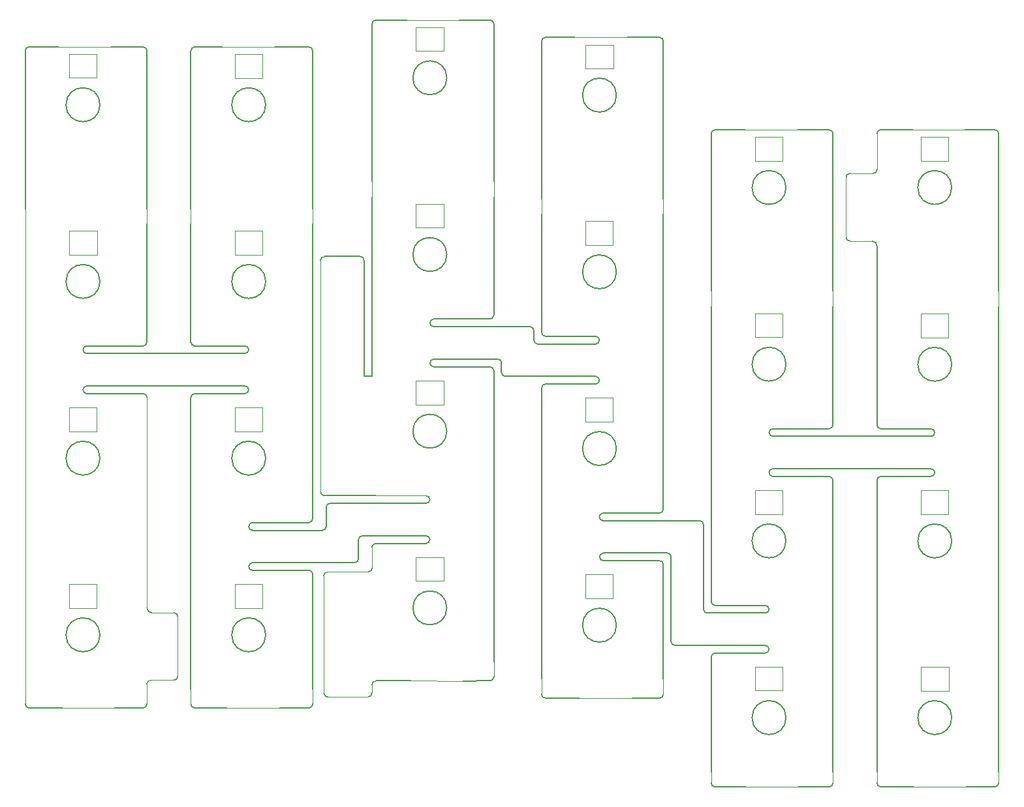
<source format=gbr>
%TF.GenerationSoftware,KiCad,Pcbnew,(6.99.0-4085-g6c752680d7)*%
%TF.CreationDate,2022-11-14T17:23:02+08:00*%
%TF.ProjectId,Left Flex PCB,4c656674-2046-46c6-9578-205043422e6b,rev?*%
%TF.SameCoordinates,Original*%
%TF.FileFunction,Profile,NP*%
%FSLAX46Y46*%
G04 Gerber Fmt 4.6, Leading zero omitted, Abs format (unit mm)*
G04 Created by KiCad (PCBNEW (6.99.0-4085-g6c752680d7)) date 2022-11-14 17:23:02*
%MOMM*%
%LPD*%
G01*
G04 APERTURE LIST*
%TA.AperFunction,Profile*%
%ADD10C,0.050000*%
%TD*%
%TA.AperFunction,Profile*%
%ADD11C,0.200000*%
%TD*%
%TA.AperFunction,Profile*%
%ADD12C,0.120000*%
%TD*%
G04 APERTURE END LIST*
D10*
X51117606Y-122930206D02*
X57867594Y-122941987D01*
X72502597Y-122940290D02*
X79252585Y-122952071D01*
X96327606Y-119410206D02*
X103077594Y-119421987D01*
X118217606Y-121643999D02*
X124967594Y-121655780D01*
X146537594Y-133201987D02*
X139787606Y-133190206D01*
X168312587Y-133189890D02*
X161562599Y-133178109D01*
X168170619Y-47833999D02*
X161420631Y-47822218D01*
X146452586Y-47827792D02*
X139702598Y-47816011D01*
X124377582Y-35845780D02*
X117627594Y-35833999D01*
X95807606Y-33572218D02*
X102557594Y-33583999D01*
X78672586Y-37102071D02*
X71922598Y-37090290D01*
X57377582Y-37075780D02*
X50627594Y-37063999D01*
D11*
X107075401Y-34084399D02*
G75*
G03*
X106575394Y-33584399I-500001J-1D01*
G01*
X106575394Y-33584399D02*
X102557594Y-33583999D01*
X91775394Y-33584394D02*
G75*
G03*
X91275394Y-34084399I6J-500006D01*
G01*
X91775394Y-33584399D02*
X95807606Y-33572218D01*
X120275394Y-79859399D02*
X108575394Y-79859399D01*
X75775394Y-104059399D02*
X89025394Y-104059399D01*
X91775394Y-101559394D02*
G75*
G03*
X91275394Y-102059400I6J-500006D01*
G01*
X67775394Y-120434398D02*
X67775394Y-82609399D01*
D10*
X91275394Y-56534400D02*
X91275394Y-54534400D01*
D11*
X157275393Y-92859393D02*
G75*
G03*
X156775393Y-93359399I7J-500007D01*
G01*
X113775394Y-35834399D02*
X117627594Y-35833999D01*
X135775394Y-115809394D02*
G75*
G03*
X135275394Y-116309398I6J-500006D01*
G01*
X83575394Y-120434398D02*
X83575394Y-105559400D01*
X120275394Y-75659401D02*
G75*
G03*
X120275394Y-74659399I6J500001D01*
G01*
D10*
X156175394Y-62284401D02*
X153265394Y-62284401D01*
D11*
X121264594Y-97609401D02*
G75*
G03*
X121264594Y-98609399I6J-499999D01*
G01*
X135275401Y-132684399D02*
G75*
G03*
X135775393Y-133184399I499999J-1D01*
G01*
X89025394Y-104059394D02*
G75*
G03*
X89525394Y-103559399I6J499994D01*
G01*
X83575400Y-105559400D02*
G75*
G03*
X83075394Y-105059400I-500000J0D01*
G01*
X100975394Y-86984400D02*
G75*
G03*
X100975394Y-86984400I-2200000J0D01*
G01*
X151075394Y-68784399D02*
X151075394Y-48334399D01*
X99275394Y-78609400D02*
X106575393Y-78609400D01*
X113775394Y-74659399D02*
X120275394Y-74659399D01*
X84597601Y-94843999D02*
G75*
G03*
X85097594Y-95343999I499999J-1D01*
G01*
X113264100Y-121144000D02*
G75*
G03*
X113764112Y-121644000I500000J0D01*
G01*
X62075394Y-58034399D02*
X62075394Y-37584399D01*
D10*
X62065395Y-119824400D02*
X62075394Y-120434398D01*
D11*
X90025394Y-100559394D02*
G75*
G03*
X89525394Y-101059399I6J-500006D01*
G01*
X68275394Y-37084394D02*
G75*
G03*
X67775394Y-37584399I6J-500006D01*
G01*
X85028801Y-121014399D02*
G75*
G03*
X85528793Y-121514399I499999J-1D01*
G01*
X62075401Y-37584399D02*
G75*
G03*
X61575394Y-37084399I-500001J-1D01*
G01*
X150575393Y-86659399D02*
X143275393Y-86659399D01*
X129075401Y-36334399D02*
G75*
G03*
X128575394Y-35834399I-500001J-1D01*
G01*
X168170619Y-47833999D02*
X172075394Y-47834399D01*
X121287309Y-103809400D02*
X128575394Y-103809400D01*
X54275394Y-75909394D02*
G75*
G03*
X53775394Y-76409399I6J-500006D01*
G01*
X54275394Y-81109394D02*
G75*
G03*
X53775394Y-81609399I6J-500006D01*
G01*
X85825394Y-96359395D02*
G75*
G03*
X85325395Y-96859399I6J-500005D01*
G01*
X112275394Y-73909399D02*
X112275394Y-75159399D01*
X98275394Y-101559400D02*
X91775394Y-101559399D01*
X143275393Y-86659393D02*
G75*
G03*
X142775393Y-87159399I7J-500007D01*
G01*
X108075401Y-79359399D02*
G75*
G03*
X108575394Y-79859399I499999J-1D01*
G01*
X107075394Y-54534399D02*
X107075394Y-34084399D01*
X139787606Y-133190206D02*
X135775393Y-133184399D01*
D10*
X62075394Y-82609400D02*
X62065394Y-104054401D01*
X113264112Y-119144000D02*
X113264112Y-121144000D01*
D11*
X150575394Y-133184399D02*
X146537594Y-133201987D01*
D10*
X91775394Y-95359400D02*
X98275395Y-95359399D01*
D11*
X122975394Y-43334399D02*
G75*
G03*
X122975394Y-43334399I-2200000J0D01*
G01*
X143275392Y-91859393D02*
G75*
G03*
X142775393Y-92359400I8J-500007D01*
G01*
X134275402Y-110109399D02*
G75*
G03*
X134775394Y-110609398I499998J-1D01*
G01*
X67775401Y-75409399D02*
G75*
G03*
X68275394Y-75909399I499999J-1D01*
G01*
X67775394Y-75409399D02*
X67775394Y-60034399D01*
D10*
X67775394Y-60034399D02*
X67775394Y-58034400D01*
D11*
X129075394Y-56784400D02*
X129075394Y-36334399D01*
X135275401Y-109109399D02*
G75*
G03*
X135775394Y-109609399I499999J-1D01*
G01*
X62065352Y-109904398D02*
G75*
G03*
X62665394Y-110554399I615248J-34002D01*
G01*
X129075393Y-97109400D02*
X129075394Y-58784400D01*
D10*
X84587594Y-64793598D02*
X84597594Y-94843999D01*
X156775393Y-53014400D02*
X156775393Y-48334400D01*
D11*
X121264594Y-97609399D02*
X128575394Y-97609399D01*
X84825394Y-99859399D02*
X75775394Y-99859399D01*
D10*
X151075394Y-70784400D02*
X151075394Y-68784399D01*
D11*
X166475393Y-124184398D02*
G75*
G03*
X166475393Y-124184398I-2200000J0D01*
G01*
D10*
X129075394Y-119143999D02*
X129075394Y-121143999D01*
D11*
X83075394Y-122934394D02*
G75*
G03*
X83575394Y-122434398I6J499994D01*
G01*
X113264112Y-119144000D02*
X113275393Y-81359399D01*
X129575394Y-102809400D02*
X121287309Y-102809399D01*
D10*
X85028793Y-121014399D02*
X85010794Y-105769598D01*
D11*
X163775394Y-92859400D02*
G75*
G03*
X163775394Y-91859400I6J500000D01*
G01*
X77475394Y-113434398D02*
G75*
G03*
X77475394Y-113434398I-2200000J0D01*
G01*
D10*
X107075394Y-116893999D02*
X107075394Y-118893999D01*
D11*
X135275393Y-48334399D02*
X135275393Y-68784399D01*
X74775394Y-82109401D02*
G75*
G03*
X74775394Y-81109399I6J500001D01*
G01*
X151075401Y-48334398D02*
G75*
G03*
X150575393Y-47834399I-500001J-2D01*
G01*
X62075400Y-82609400D02*
G75*
G03*
X61575394Y-82109400I-500000J0D01*
G01*
X156775402Y-132684398D02*
G75*
G03*
X157275393Y-133184398I499998J-2D01*
G01*
X135275393Y-70784400D02*
X135275394Y-109109399D01*
X83575394Y-60034400D02*
X83575395Y-98359399D01*
X75775394Y-105059400D02*
X83075394Y-105059400D01*
D10*
X172575394Y-131184399D02*
X172575394Y-132684399D01*
D11*
X172575394Y-131184399D02*
X172575394Y-70784400D01*
X91275394Y-34084399D02*
X91275394Y-54534400D01*
X75275400Y-104559400D02*
G75*
G03*
X75775394Y-105059400I500000J0D01*
G01*
X90809994Y-105233594D02*
G75*
G03*
X91309994Y-104733600I6J499994D01*
G01*
X172075394Y-133184394D02*
G75*
G03*
X172575394Y-132684399I6J499994D01*
G01*
X153265394Y-53514393D02*
G75*
G03*
X152765393Y-54014402I6J-500007D01*
G01*
X135775393Y-47834399D02*
X139702598Y-47816011D01*
X166475394Y-55334400D02*
G75*
G03*
X166475394Y-55334400I-2200000J0D01*
G01*
D10*
X62075394Y-120434398D02*
X62075394Y-122434398D01*
X91275394Y-102059400D02*
X91309994Y-104733600D01*
X153265394Y-53514401D02*
X156275392Y-53514401D01*
D11*
X106575394Y-72409394D02*
G75*
G03*
X107075394Y-71909399I6J499994D01*
G01*
X133775393Y-98609399D02*
X121264594Y-98609399D01*
X83575394Y-58034400D02*
X83575395Y-37584399D01*
D10*
X90809994Y-105233600D02*
X85510794Y-105269598D01*
X113275394Y-58784400D02*
X113275394Y-56784400D01*
D11*
X100975394Y-109934399D02*
G75*
G03*
X100975394Y-109934399I-2200000J0D01*
G01*
X156775394Y-68784399D02*
X156775393Y-70784399D01*
X144975393Y-78284400D02*
G75*
G03*
X144975393Y-78284400I-2200000J0D01*
G01*
X113775394Y-35834394D02*
G75*
G03*
X113275394Y-36334399I6J-500006D01*
G01*
X144965393Y-101234400D02*
G75*
G03*
X144965393Y-101234400I-2199999J0D01*
G01*
X55975394Y-44584400D02*
G75*
G03*
X55975394Y-44584400I-2200000J0D01*
G01*
X151075400Y-93359400D02*
G75*
G03*
X150575394Y-92859400I-500000J0D01*
G01*
X65575394Y-119324395D02*
G75*
G03*
X66075395Y-118824398I6J499995D01*
G01*
X98275394Y-100559400D02*
X90025394Y-100559399D01*
D10*
X107075394Y-56534399D02*
X107075394Y-54534399D01*
D11*
X67775402Y-122434398D02*
G75*
G03*
X68275394Y-122934398I499998J-2D01*
G01*
X55975394Y-67534400D02*
G75*
G03*
X55975394Y-67534400I-2199999J0D01*
G01*
X46775394Y-122934398D02*
X51117606Y-122930206D01*
X163775393Y-87659400D02*
X143275393Y-87659399D01*
X143275393Y-92859400D02*
X150575394Y-92859400D01*
X172075394Y-133184399D02*
X168312587Y-133189890D01*
X130075402Y-114309398D02*
G75*
G03*
X130575393Y-114809398I499998J-2D01*
G01*
X156775394Y-62934400D02*
X156775394Y-68784399D01*
X122975394Y-89234399D02*
G75*
G03*
X122975394Y-89234399I-2200000J0D01*
G01*
X90247594Y-79793999D02*
X90237594Y-64783999D01*
X108075394Y-79359399D02*
X108075394Y-78109399D01*
X100975394Y-41084399D02*
G75*
G03*
X100975394Y-41084399I-2200000J0D01*
G01*
X120275394Y-80859401D02*
G75*
G03*
X120275394Y-79859399I6J500001D01*
G01*
D10*
X46275394Y-60034400D02*
X46275394Y-120434398D01*
D11*
X163775394Y-87659400D02*
G75*
G03*
X163775394Y-86659400I6J500000D01*
G01*
D10*
X172575394Y-70784400D02*
X172575394Y-68784399D01*
D11*
X163775394Y-91859399D02*
X143275393Y-91859399D01*
X98775401Y-72909400D02*
G75*
G03*
X99275393Y-73409399I499999J0D01*
G01*
D10*
X62665394Y-110554399D02*
X65575394Y-110554399D01*
X135275393Y-131184399D02*
X135275393Y-132684399D01*
D11*
X99275393Y-72409394D02*
G75*
G03*
X98775394Y-72909399I7J-500006D01*
G01*
X112275401Y-75159399D02*
G75*
G03*
X112775394Y-75659399I499999J-1D01*
G01*
X53775400Y-81609400D02*
G75*
G03*
X54275394Y-82109400I500000J0D01*
G01*
X166478394Y-101240402D02*
G75*
G03*
X166478394Y-101240402I-2200000J0D01*
G01*
X156775448Y-62934403D02*
G75*
G03*
X156175394Y-62284400I-615248J34003D01*
G01*
X146452586Y-47827792D02*
X150575393Y-47834399D01*
D10*
X135275393Y-70784400D02*
X135275393Y-68784399D01*
D11*
X118217606Y-121643999D02*
X113764112Y-121644000D01*
X68275394Y-82109394D02*
G75*
G03*
X67775394Y-82609399I6J-500006D01*
G01*
X124377582Y-35845780D02*
X128575394Y-35834399D01*
X75775394Y-104059394D02*
G75*
G03*
X75275394Y-104559399I6J-500006D01*
G01*
X46775394Y-37084394D02*
G75*
G03*
X46275394Y-37584399I6J-500006D01*
G01*
X90247594Y-79793999D02*
X91275394Y-79793999D01*
X113275394Y-36334399D02*
X113275394Y-56784400D01*
X106575394Y-72409399D02*
X99275394Y-72409399D01*
X144975394Y-124184399D02*
G75*
G03*
X144975394Y-124184399I-2200000J0D01*
G01*
X107075394Y-116893999D02*
X107075393Y-79109400D01*
X74775394Y-82109399D02*
X68275394Y-82109399D01*
X128575394Y-121643994D02*
G75*
G03*
X129075394Y-121143999I6J499994D01*
G01*
X122975394Y-66284399D02*
G75*
G03*
X122975394Y-66284399I-2200000J0D01*
G01*
X74775394Y-76909401D02*
G75*
G03*
X74775394Y-75909399I6J500001D01*
G01*
X120275394Y-80859399D02*
X113775393Y-80859399D01*
X156775393Y-131184398D02*
X156775393Y-93359399D01*
X157275394Y-47834393D02*
G75*
G03*
X156775393Y-48334400I6J-500007D01*
G01*
D10*
X62065394Y-109904400D02*
X62065394Y-104054401D01*
D11*
X89525394Y-103559399D02*
X89525394Y-101059400D01*
X157275393Y-86659400D02*
X163775394Y-86659400D01*
D10*
X83575394Y-120434398D02*
X83575394Y-122434398D01*
D11*
X53775400Y-76409400D02*
G75*
G03*
X54275394Y-76909400I500000J0D01*
G01*
X142775400Y-92359400D02*
G75*
G03*
X143275393Y-92859400I500000J0D01*
G01*
X83075394Y-122934398D02*
X79252585Y-122952071D01*
X46275402Y-122434398D02*
G75*
G03*
X46775394Y-122934398I499998J-2D01*
G01*
X61575394Y-122934398D02*
X57867594Y-122941987D01*
X152765399Y-61784400D02*
G75*
G03*
X153265394Y-62284401I500001J0D01*
G01*
X77475394Y-67534399D02*
G75*
G03*
X77475394Y-67534399I-2200000J0D01*
G01*
X83075394Y-37084399D02*
X78672586Y-37102071D01*
X62075394Y-60034400D02*
X62075395Y-75409399D01*
X156775393Y-70784399D02*
X156775393Y-86159400D01*
D10*
X152765393Y-61784400D02*
X152765393Y-54014402D01*
D11*
X83575401Y-37584399D02*
G75*
G03*
X83075394Y-37084399I-500001J-1D01*
G01*
X166478394Y-78290402D02*
G75*
G03*
X166478394Y-78290402I-2200000J0D01*
G01*
X83075395Y-98859395D02*
G75*
G03*
X83575395Y-98359399I5J499995D01*
G01*
X66075401Y-111054400D02*
G75*
G03*
X65575394Y-110554399I-500001J0D01*
G01*
X128575394Y-121643999D02*
X124967594Y-121655780D01*
D10*
X91265994Y-120989600D02*
X91259194Y-119910798D01*
D11*
X129075394Y-104309400D02*
X129075394Y-119143999D01*
X135775394Y-109609399D02*
X142275394Y-109609398D01*
X83075395Y-98859399D02*
X75775394Y-98859399D01*
X96327606Y-119410206D02*
X91759194Y-119410798D01*
X142275393Y-114809398D02*
X130575393Y-114809398D01*
D10*
X65575394Y-119324399D02*
X62565396Y-119324399D01*
X46275394Y-58034400D02*
X46275394Y-60034400D01*
D11*
X121287309Y-102809400D02*
G75*
G03*
X121287309Y-103809400I-9J-500000D01*
G01*
X61575395Y-75909395D02*
G75*
G03*
X62075395Y-75409399I5J499995D01*
G01*
D10*
X83575394Y-58034400D02*
X83575394Y-60034400D01*
D11*
X142775401Y-87159400D02*
G75*
G03*
X143275393Y-87659399I499999J0D01*
G01*
X107575394Y-77609399D02*
X99275394Y-77609399D01*
X156775400Y-86159400D02*
G75*
G03*
X157275393Y-86659400I500000J0D01*
G01*
X130075400Y-103309399D02*
G75*
G03*
X129575394Y-102809400I-500000J-1D01*
G01*
X128575394Y-97609393D02*
G75*
G03*
X129075393Y-97109399I6J499993D01*
G01*
X107075400Y-79109400D02*
G75*
G03*
X106575393Y-78609400I-500000J0D01*
G01*
X157275394Y-47834400D02*
X161420631Y-47822218D01*
X106575394Y-119393994D02*
G75*
G03*
X107075394Y-118893999I6J499994D01*
G01*
X98275394Y-101559400D02*
G75*
G03*
X98275394Y-100559400I6J500000D01*
G01*
X151075394Y-131184399D02*
X151075394Y-93359400D01*
D10*
X67775394Y-120434398D02*
X67775394Y-122434398D01*
D11*
X98275395Y-96359400D02*
X85825394Y-96359399D01*
X135275393Y-131184399D02*
X135275394Y-116309398D01*
X85087594Y-64293594D02*
G75*
G03*
X84587594Y-64793598I6J-500006D01*
G01*
X77475394Y-44584400D02*
G75*
G03*
X77475394Y-44584400I-2200000J0D01*
G01*
X172575394Y-68784399D02*
X172575394Y-48334400D01*
X61575394Y-122934394D02*
G75*
G03*
X62075394Y-122434398I6J499994D01*
G01*
X142275394Y-110609402D02*
G75*
G03*
X142275394Y-109609398I6J500002D01*
G01*
X91275394Y-79793999D02*
X91275394Y-56534400D01*
D10*
X66075395Y-111054400D02*
X66075395Y-118824398D01*
D11*
X61575394Y-37084399D02*
X57377582Y-37075780D01*
X77475394Y-90484399D02*
G75*
G03*
X77475394Y-90484399I-2200000J0D01*
G01*
X85325395Y-96859399D02*
X85325394Y-99359399D01*
X91759194Y-119410794D02*
G75*
G03*
X91259194Y-119910798I6J-500006D01*
G01*
X142275393Y-115809402D02*
G75*
G03*
X142275393Y-114809398I7J500002D01*
G01*
X163775394Y-92859399D02*
X157275393Y-92859399D01*
X112775394Y-75659399D02*
X120275394Y-75659400D01*
X68275394Y-122934398D02*
X72502597Y-122940290D01*
X98775400Y-78109401D02*
G75*
G03*
X99275394Y-78609400I500000J1D01*
G01*
D10*
X156775393Y-131184398D02*
X156775393Y-132684398D01*
D11*
X122975394Y-112184399D02*
G75*
G03*
X122975394Y-112184399I-2200000J0D01*
G01*
D10*
X90765994Y-121489600D02*
X85528793Y-121514399D01*
D11*
X100975394Y-64034399D02*
G75*
G03*
X100975394Y-64034399I-2200000J0D01*
G01*
X129075400Y-104309400D02*
G75*
G03*
X128575394Y-103809400I-500000J0D01*
G01*
X135775393Y-47834393D02*
G75*
G03*
X135275393Y-48334399I7J-500007D01*
G01*
X75775394Y-98859394D02*
G75*
G03*
X75275394Y-99359399I6J-500006D01*
G01*
X89737594Y-64283999D02*
X85087594Y-64293598D01*
X46275394Y-37584399D02*
X46275394Y-58034400D01*
X106575394Y-119393999D02*
X103077594Y-119421987D01*
X108075400Y-78109401D02*
G75*
G03*
X107575394Y-77609400I-500000J1D01*
G01*
D10*
X62075394Y-58034399D02*
X62075394Y-60034400D01*
D11*
X150575393Y-86659393D02*
G75*
G03*
X151075393Y-86159399I7J499993D01*
G01*
X142275393Y-115809398D02*
X135775394Y-115809398D01*
X85510794Y-105269594D02*
G75*
G03*
X85010794Y-105769598I6J-500006D01*
G01*
X98275393Y-96359401D02*
G75*
G03*
X98275395Y-95359399I7J500001D01*
G01*
X68275394Y-37084399D02*
X71922598Y-37090290D01*
X151075393Y-86159399D02*
X151075394Y-70784400D01*
D10*
X129075394Y-56784400D02*
X129075394Y-58784400D01*
D11*
X156275392Y-53514393D02*
G75*
G03*
X156775393Y-53014400I8J499993D01*
G01*
X172575401Y-48334400D02*
G75*
G03*
X172075394Y-47834399I-500001J0D01*
G01*
X113775393Y-80859393D02*
G75*
G03*
X113275393Y-81359399I7J-500007D01*
G01*
X54275394Y-82109400D02*
X61575394Y-82109400D01*
X55975394Y-90484399D02*
G75*
G03*
X55975394Y-90484399I-2200000J0D01*
G01*
D10*
X46275394Y-120434398D02*
X46275394Y-122434398D01*
D11*
X99275393Y-77609394D02*
G75*
G03*
X98775394Y-78109399I7J-500006D01*
G01*
X150575394Y-133184394D02*
G75*
G03*
X151075394Y-132684399I6J499994D01*
G01*
X161562599Y-133178109D02*
X157275393Y-133184398D01*
X134775394Y-110609398D02*
X142275394Y-110609399D01*
X74775394Y-81109399D02*
X54275394Y-81109399D01*
X50627594Y-37063999D02*
X46775394Y-37084399D01*
X130075393Y-114309398D02*
X130075393Y-103309400D01*
X55975394Y-113434398D02*
G75*
G03*
X55975394Y-113434398I-2200000J0D01*
G01*
X61575395Y-75909399D02*
X54275394Y-75909399D01*
X75275401Y-99359399D02*
G75*
G03*
X75775394Y-99859399I499999J-1D01*
G01*
X67775394Y-37584399D02*
X67775394Y-58034400D01*
X107075394Y-56534399D02*
X107075394Y-71909399D01*
X62565396Y-119324395D02*
G75*
G03*
X62065395Y-119824400I4J-500005D01*
G01*
D10*
X151075394Y-131184399D02*
X151075394Y-132684399D01*
D11*
X113275394Y-58784400D02*
X113275394Y-74159399D01*
X111775394Y-73409399D02*
X99275394Y-73409399D01*
X90765994Y-121489594D02*
G75*
G03*
X91265994Y-120989600I6J499994D01*
G01*
X68275394Y-75909399D02*
X74775394Y-75909399D01*
X112275401Y-73909399D02*
G75*
G03*
X111775394Y-73409399I-500001J-1D01*
G01*
X134275401Y-99109399D02*
G75*
G03*
X133775393Y-98609399I-500001J-1D01*
G01*
X84825395Y-99859394D02*
G75*
G03*
X85325394Y-99359399I5J499994D01*
G01*
X74775394Y-76909399D02*
X54275394Y-76909400D01*
X144975393Y-55334399D02*
G75*
G03*
X144975393Y-55334399I-2200000J0D01*
G01*
X85097594Y-95343999D02*
X91775394Y-95359400D01*
X90237601Y-64783999D02*
G75*
G03*
X89737594Y-64283999I-500001J-1D01*
G01*
X113275401Y-74159399D02*
G75*
G03*
X113775394Y-74659399I499999J-1D01*
G01*
X134275394Y-110109398D02*
X134275393Y-99109399D01*
D12*
%TO.C,D55*%
X51991195Y-60956598D02*
X51991195Y-64056598D01*
X51991195Y-64056598D02*
X55591195Y-64056598D01*
X55591195Y-60956598D02*
X51991195Y-60956598D01*
X55591195Y-64056598D02*
X55591195Y-60956598D01*
%TO.C,D43*%
X96976194Y-34508600D02*
X96976194Y-37608600D01*
X96976194Y-37608600D02*
X100576194Y-37608600D01*
X100576194Y-34508600D02*
X96976194Y-34508600D01*
X100576194Y-37608600D02*
X100576194Y-34508600D01*
%TO.C,D18*%
X162475393Y-117634398D02*
X162475393Y-120734398D01*
X162475393Y-120734398D02*
X166075393Y-120734398D01*
X166075393Y-117634398D02*
X162475393Y-117634398D01*
X166075393Y-120734398D02*
X166075393Y-117634398D01*
%TO.C,D23*%
X118947194Y-82641600D02*
X118947194Y-85741600D01*
X118947194Y-85741600D02*
X122547194Y-85741600D01*
X122547194Y-82641600D02*
X118947194Y-82641600D01*
X122547194Y-85741600D02*
X122547194Y-82641600D01*
%TO.C,D49*%
X73454194Y-83892800D02*
X73454194Y-86992800D01*
X73454194Y-86992800D02*
X77054194Y-86992800D01*
X77054194Y-83892800D02*
X73454194Y-83892800D01*
X77054194Y-86992800D02*
X77054194Y-83892800D01*
%TO.C,D7*%
X140958995Y-94646400D02*
X140958995Y-97746400D01*
X140958995Y-97746400D02*
X144558995Y-97746400D01*
X144558995Y-94646400D02*
X140958995Y-94646400D01*
X144558995Y-97746400D02*
X144558995Y-94646400D01*
%TO.C,D37*%
X96976194Y-103342600D02*
X96976194Y-106442600D01*
X96976194Y-106442600D02*
X100576194Y-106442600D01*
X100576194Y-103342600D02*
X96976194Y-103342600D01*
X100576194Y-106442600D02*
X100576194Y-103342600D01*
%TO.C,D35*%
X140958995Y-48774000D02*
X140958995Y-51874000D01*
X140958995Y-51874000D02*
X144558995Y-51874000D01*
X144558995Y-48774000D02*
X140958995Y-48774000D01*
X144558995Y-51874000D02*
X144558995Y-48774000D01*
%TO.C,D41*%
X96976194Y-57470200D02*
X96976194Y-60570200D01*
X96976194Y-60570200D02*
X100576194Y-60570200D01*
X100576194Y-57470200D02*
X96976194Y-57470200D01*
X100576194Y-60570200D02*
X100576194Y-57470200D01*
%TO.C,D2*%
X162463394Y-48780601D02*
X162463394Y-51880601D01*
X162463394Y-51880601D02*
X166063394Y-51880601D01*
X166063394Y-48780601D02*
X162463394Y-48780601D01*
X166063394Y-51880601D02*
X166063394Y-48780601D01*
%TO.C,D4*%
X162463394Y-94678401D02*
X162463394Y-97778401D01*
X162463394Y-97778401D02*
X166063394Y-97778401D01*
X166063394Y-94678401D02*
X162463394Y-94678401D01*
X166063394Y-97778401D02*
X166063394Y-94678401D01*
%TO.C,D25*%
X118947194Y-105603200D02*
X118947194Y-108703200D01*
X118947194Y-108703200D02*
X122547194Y-108703200D01*
X122547194Y-105603200D02*
X118947194Y-105603200D01*
X122547194Y-108703200D02*
X122547194Y-105603200D01*
%TO.C,D59*%
X51965795Y-106854398D02*
X51965795Y-109954398D01*
X51965795Y-109954398D02*
X55565795Y-109954398D01*
X55565795Y-106854398D02*
X51965795Y-106854398D01*
X55565795Y-109954398D02*
X55565795Y-106854398D01*
%TO.C,D57*%
X51965795Y-83892798D02*
X51965795Y-86992798D01*
X51965795Y-86992798D02*
X55565795Y-86992798D01*
X55565795Y-83892798D02*
X51965795Y-83892798D01*
X55565795Y-86992798D02*
X55565795Y-83892798D01*
%TO.C,D39*%
X96976194Y-80431800D02*
X96976194Y-83531800D01*
X96976194Y-83531800D02*
X100576194Y-83531800D01*
X100576194Y-80431800D02*
X96976194Y-80431800D01*
X100576194Y-83531800D02*
X100576194Y-80431800D01*
%TO.C,D33*%
X140958995Y-71684800D02*
X140958995Y-74784800D01*
X140958995Y-74784800D02*
X144558995Y-74784800D01*
X144558995Y-71684800D02*
X140958995Y-71684800D01*
X144558995Y-74784800D02*
X144558995Y-71684800D01*
%TO.C,D45*%
X73479594Y-38020400D02*
X73479594Y-41120400D01*
X73479594Y-41120400D02*
X77079594Y-41120400D01*
X77079594Y-38020400D02*
X73479594Y-38020400D01*
X77079594Y-41120400D02*
X77079594Y-38020400D01*
%TO.C,D3*%
X162463394Y-71742201D02*
X162463394Y-74842201D01*
X162463394Y-74842201D02*
X166063394Y-74842201D01*
X166063394Y-71742201D02*
X162463394Y-71742201D01*
X166063394Y-74842201D02*
X166063394Y-71742201D01*
%TO.C,D51*%
X73475394Y-106884398D02*
X73475394Y-109984398D01*
X73475394Y-109984398D02*
X77075394Y-109984398D01*
X77075394Y-106884398D02*
X73475394Y-106884398D01*
X77075394Y-109984398D02*
X77075394Y-106884398D01*
%TO.C,D19*%
X118975394Y-36784399D02*
X118975394Y-39884399D01*
X118975394Y-39884399D02*
X122575394Y-39884399D01*
X122575394Y-36784399D02*
X118975394Y-36784399D01*
X122575394Y-39884399D02*
X122575394Y-36784399D01*
%TO.C,D5*%
X140958995Y-117582600D02*
X140958995Y-120682600D01*
X140958995Y-120682600D02*
X144558995Y-120682600D01*
X144558995Y-117582600D02*
X140958995Y-117582600D01*
X144558995Y-120682600D02*
X144558995Y-117582600D01*
%TO.C,D21*%
X118947194Y-59705400D02*
X118947194Y-62805400D01*
X118947194Y-62805400D02*
X122547194Y-62805400D01*
X122547194Y-59705400D02*
X118947194Y-59705400D01*
X122547194Y-62805400D02*
X122547194Y-59705400D01*
%TO.C,D47*%
X73479594Y-60956600D02*
X73479594Y-64056600D01*
X73479594Y-64056600D02*
X77079594Y-64056600D01*
X77079594Y-60956600D02*
X73479594Y-60956600D01*
X77079594Y-64056600D02*
X77079594Y-60956600D01*
%TO.C,D53*%
X51965795Y-37994998D02*
X51965795Y-41094998D01*
X51965795Y-41094998D02*
X55565795Y-41094998D01*
X55565795Y-37994998D02*
X51965795Y-37994998D01*
X55565795Y-41094998D02*
X55565795Y-37994998D01*
%TD*%
M02*

</source>
